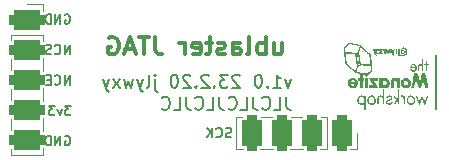
<source format=gbo>
G04 #@! TF.GenerationSoftware,KiCad,Pcbnew,(6.0.11-0)*
G04 #@! TF.CreationDate,2023-02-20T23:18:05+08:00*
G04 #@! TF.ProjectId,ublaster_jtag,75626c61-7374-4657-925f-6a7461672e6b,rev?*
G04 #@! TF.SameCoordinates,Original*
G04 #@! TF.FileFunction,Legend,Bot*
G04 #@! TF.FilePolarity,Positive*
%FSLAX46Y46*%
G04 Gerber Fmt 4.6, Leading zero omitted, Abs format (unit mm)*
G04 Created by KiCad (PCBNEW (6.0.11-0)) date 2023-02-20 23:18:05*
%MOMM*%
%LPD*%
G01*
G04 APERTURE LIST*
G04 Aperture macros list*
%AMRoundRect*
0 Rectangle with rounded corners*
0 $1 Rounding radius*
0 $2 $3 $4 $5 $6 $7 $8 $9 X,Y pos of 4 corners*
0 Add a 4 corners polygon primitive as box body*
4,1,4,$2,$3,$4,$5,$6,$7,$8,$9,$2,$3,0*
0 Add four circle primitives for the rounded corners*
1,1,$1+$1,$2,$3*
1,1,$1+$1,$4,$5*
1,1,$1+$1,$6,$7*
1,1,$1+$1,$8,$9*
0 Add four rect primitives between the rounded corners*
20,1,$1+$1,$2,$3,$4,$5,0*
20,1,$1+$1,$4,$5,$6,$7,0*
20,1,$1+$1,$6,$7,$8,$9,0*
20,1,$1+$1,$8,$9,$2,$3,0*%
G04 Aperture macros list end*
%ADD10C,0.180000*%
%ADD11C,0.150000*%
%ADD12C,0.160000*%
%ADD13C,0.304800*%
%ADD14C,0.120000*%
%ADD15C,0.650000*%
%ADD16O,2.100000X1.000000*%
%ADD17O,1.600000X1.000000*%
%ADD18RoundRect,0.425000X1.075000X0.425000X-1.075000X0.425000X-1.075000X-0.425000X1.075000X-0.425000X0*%
%ADD19RoundRect,0.425000X0.425000X-1.075000X0.425000X1.075000X-0.425000X1.075000X-0.425000X-1.075000X0*%
G04 APERTURE END LIST*
D10*
X32834809Y-11361019D02*
X32834809Y-12146733D01*
X32887190Y-12303876D01*
X32991952Y-12408638D01*
X33149095Y-12461019D01*
X33253857Y-12461019D01*
X31787190Y-12461019D02*
X32311000Y-12461019D01*
X32311000Y-11361019D01*
X30791952Y-12356257D02*
X30844333Y-12408638D01*
X31001476Y-12461019D01*
X31106238Y-12461019D01*
X31263380Y-12408638D01*
X31368142Y-12303876D01*
X31420523Y-12199114D01*
X31472904Y-11989590D01*
X31472904Y-11832447D01*
X31420523Y-11622923D01*
X31368142Y-11518161D01*
X31263380Y-11413400D01*
X31106238Y-11361019D01*
X31001476Y-11361019D01*
X30844333Y-11413400D01*
X30791952Y-11465780D01*
X30006238Y-11361019D02*
X30006238Y-12146733D01*
X30058619Y-12303876D01*
X30163380Y-12408638D01*
X30320523Y-12461019D01*
X30425285Y-12461019D01*
X28958619Y-12461019D02*
X29482428Y-12461019D01*
X29482428Y-11361019D01*
X27963380Y-12356257D02*
X28015761Y-12408638D01*
X28172904Y-12461019D01*
X28277666Y-12461019D01*
X28434809Y-12408638D01*
X28539571Y-12303876D01*
X28591952Y-12199114D01*
X28644333Y-11989590D01*
X28644333Y-11832447D01*
X28591952Y-11622923D01*
X28539571Y-11518161D01*
X28434809Y-11413400D01*
X28277666Y-11361019D01*
X28172904Y-11361019D01*
X28015761Y-11413400D01*
X27963380Y-11465780D01*
X27177666Y-11361019D02*
X27177666Y-12146733D01*
X27230047Y-12303876D01*
X27334809Y-12408638D01*
X27491952Y-12461019D01*
X27596714Y-12461019D01*
X26130047Y-12461019D02*
X26653857Y-12461019D01*
X26653857Y-11361019D01*
X25134809Y-12356257D02*
X25187190Y-12408638D01*
X25344333Y-12461019D01*
X25449095Y-12461019D01*
X25606238Y-12408638D01*
X25711000Y-12303876D01*
X25763380Y-12199114D01*
X25815761Y-11989590D01*
X25815761Y-11832447D01*
X25763380Y-11622923D01*
X25711000Y-11518161D01*
X25606238Y-11413400D01*
X25449095Y-11361019D01*
X25344333Y-11361019D01*
X25187190Y-11413400D01*
X25134809Y-11465780D01*
X24349095Y-11361019D02*
X24349095Y-12146733D01*
X24401476Y-12303876D01*
X24506238Y-12408638D01*
X24663380Y-12461019D01*
X24768142Y-12461019D01*
X23301476Y-12461019D02*
X23825285Y-12461019D01*
X23825285Y-11361019D01*
X22306238Y-12356257D02*
X22358619Y-12408638D01*
X22515761Y-12461019D01*
X22620523Y-12461019D01*
X22777666Y-12408638D01*
X22882428Y-12303876D01*
X22934809Y-12199114D01*
X22987190Y-11989590D01*
X22987190Y-11832447D01*
X22934809Y-11622923D01*
X22882428Y-11518161D01*
X22777666Y-11413400D01*
X22620523Y-11361019D01*
X22515761Y-11361019D01*
X22358619Y-11413400D01*
X22306238Y-11465780D01*
D11*
X14101176Y-4430200D02*
X14177366Y-4392104D01*
X14291652Y-4392104D01*
X14405938Y-4430200D01*
X14482128Y-4506390D01*
X14520223Y-4582580D01*
X14558319Y-4734961D01*
X14558319Y-4849247D01*
X14520223Y-5001628D01*
X14482128Y-5077819D01*
X14405938Y-5154009D01*
X14291652Y-5192104D01*
X14215461Y-5192104D01*
X14101176Y-5154009D01*
X14063080Y-5115914D01*
X14063080Y-4849247D01*
X14215461Y-4849247D01*
X13720223Y-5192104D02*
X13720223Y-4392104D01*
X13263080Y-5192104D01*
X13263080Y-4392104D01*
X12882128Y-5192104D02*
X12882128Y-4392104D01*
X12691652Y-4392104D01*
X12577366Y-4430200D01*
X12501176Y-4506390D01*
X12463080Y-4582580D01*
X12424985Y-4734961D01*
X12424985Y-4849247D01*
X12463080Y-5001628D01*
X12501176Y-5077819D01*
X12577366Y-5154009D01*
X12691652Y-5192104D01*
X12882128Y-5192104D01*
X14520223Y-7768104D02*
X14520223Y-6968104D01*
X14063080Y-7768104D01*
X14063080Y-6968104D01*
X13224985Y-7691914D02*
X13263080Y-7730009D01*
X13377366Y-7768104D01*
X13453557Y-7768104D01*
X13567842Y-7730009D01*
X13644033Y-7653819D01*
X13682128Y-7577628D01*
X13720223Y-7425247D01*
X13720223Y-7310961D01*
X13682128Y-7158580D01*
X13644033Y-7082390D01*
X13567842Y-7006200D01*
X13453557Y-6968104D01*
X13377366Y-6968104D01*
X13263080Y-7006200D01*
X13224985Y-7044295D01*
X12920223Y-7730009D02*
X12805938Y-7768104D01*
X12615461Y-7768104D01*
X12539271Y-7730009D01*
X12501176Y-7691914D01*
X12463080Y-7615723D01*
X12463080Y-7539533D01*
X12501176Y-7463342D01*
X12539271Y-7425247D01*
X12615461Y-7387152D01*
X12767842Y-7349057D01*
X12844033Y-7310961D01*
X12882128Y-7272866D01*
X12920223Y-7196676D01*
X12920223Y-7120485D01*
X12882128Y-7044295D01*
X12844033Y-7006200D01*
X12767842Y-6968104D01*
X12577366Y-6968104D01*
X12463080Y-7006200D01*
X14520223Y-10344104D02*
X14520223Y-9544104D01*
X14063080Y-10344104D01*
X14063080Y-9544104D01*
X13224985Y-10267914D02*
X13263080Y-10306009D01*
X13377366Y-10344104D01*
X13453557Y-10344104D01*
X13567842Y-10306009D01*
X13644033Y-10229819D01*
X13682128Y-10153628D01*
X13720223Y-10001247D01*
X13720223Y-9886961D01*
X13682128Y-9734580D01*
X13644033Y-9658390D01*
X13567842Y-9582200D01*
X13453557Y-9544104D01*
X13377366Y-9544104D01*
X13263080Y-9582200D01*
X13224985Y-9620295D01*
X12882128Y-9925057D02*
X12615461Y-9925057D01*
X12501176Y-10344104D02*
X12882128Y-10344104D01*
X12882128Y-9544104D01*
X12501176Y-9544104D01*
X14596414Y-12120104D02*
X14101176Y-12120104D01*
X14367842Y-12424866D01*
X14253557Y-12424866D01*
X14177366Y-12462961D01*
X14139271Y-12501057D01*
X14101176Y-12577247D01*
X14101176Y-12767723D01*
X14139271Y-12843914D01*
X14177366Y-12882009D01*
X14253557Y-12920104D01*
X14482128Y-12920104D01*
X14558319Y-12882009D01*
X14596414Y-12843914D01*
X13834509Y-12386771D02*
X13644033Y-12920104D01*
X13453557Y-12386771D01*
X13224985Y-12120104D02*
X12729747Y-12120104D01*
X12996414Y-12424866D01*
X12882128Y-12424866D01*
X12805938Y-12462961D01*
X12767842Y-12501057D01*
X12729747Y-12577247D01*
X12729747Y-12767723D01*
X12767842Y-12843914D01*
X12805938Y-12882009D01*
X12882128Y-12920104D01*
X13110700Y-12920104D01*
X13186890Y-12882009D01*
X13224985Y-12843914D01*
X14101176Y-14734200D02*
X14177366Y-14696104D01*
X14291652Y-14696104D01*
X14405938Y-14734200D01*
X14482128Y-14810390D01*
X14520223Y-14886580D01*
X14558319Y-15038961D01*
X14558319Y-15153247D01*
X14520223Y-15305628D01*
X14482128Y-15381819D01*
X14405938Y-15458009D01*
X14291652Y-15496104D01*
X14215461Y-15496104D01*
X14101176Y-15458009D01*
X14063080Y-15419914D01*
X14063080Y-15153247D01*
X14215461Y-15153247D01*
X13720223Y-15496104D02*
X13720223Y-14696104D01*
X13263080Y-15496104D01*
X13263080Y-14696104D01*
X12882128Y-15496104D02*
X12882128Y-14696104D01*
X12691652Y-14696104D01*
X12577366Y-14734200D01*
X12501176Y-14810390D01*
X12463080Y-14886580D01*
X12424985Y-15038961D01*
X12424985Y-15153247D01*
X12463080Y-15305628D01*
X12501176Y-15381819D01*
X12577366Y-15458009D01*
X12691652Y-15496104D01*
X12882128Y-15496104D01*
D12*
X28164325Y-14783763D02*
X28050039Y-14821858D01*
X27859563Y-14821858D01*
X27783372Y-14783763D01*
X27745277Y-14745668D01*
X27707182Y-14669477D01*
X27707182Y-14593287D01*
X27745277Y-14517096D01*
X27783372Y-14479001D01*
X27859563Y-14440906D01*
X28011944Y-14402811D01*
X28088134Y-14364715D01*
X28126229Y-14326620D01*
X28164325Y-14250430D01*
X28164325Y-14174239D01*
X28126229Y-14098049D01*
X28088134Y-14059954D01*
X28011944Y-14021858D01*
X27821467Y-14021858D01*
X27707182Y-14059954D01*
X26907182Y-14745668D02*
X26945277Y-14783763D01*
X27059563Y-14821858D01*
X27135753Y-14821858D01*
X27250039Y-14783763D01*
X27326229Y-14707573D01*
X27364325Y-14631382D01*
X27402420Y-14479001D01*
X27402420Y-14364715D01*
X27364325Y-14212334D01*
X27326229Y-14136144D01*
X27250039Y-14059954D01*
X27135753Y-14021858D01*
X27059563Y-14021858D01*
X26945277Y-14059954D01*
X26907182Y-14098049D01*
X26564325Y-14821858D02*
X26564325Y-14021858D01*
X26107182Y-14821858D02*
X26450039Y-14364715D01*
X26107182Y-14021858D02*
X26564325Y-14479001D01*
D13*
X31796480Y-6790571D02*
X31796480Y-7790571D01*
X32439337Y-6790571D02*
X32439337Y-7576285D01*
X32367908Y-7719142D01*
X32225051Y-7790571D01*
X32010765Y-7790571D01*
X31867908Y-7719142D01*
X31796480Y-7647714D01*
X31082194Y-7790571D02*
X31082194Y-6290571D01*
X31082194Y-6862000D02*
X30939337Y-6790571D01*
X30653622Y-6790571D01*
X30510765Y-6862000D01*
X30439337Y-6933428D01*
X30367908Y-7076285D01*
X30367908Y-7504857D01*
X30439337Y-7647714D01*
X30510765Y-7719142D01*
X30653622Y-7790571D01*
X30939337Y-7790571D01*
X31082194Y-7719142D01*
X29510765Y-7790571D02*
X29653622Y-7719142D01*
X29725051Y-7576285D01*
X29725051Y-6290571D01*
X28296480Y-7790571D02*
X28296480Y-7004857D01*
X28367908Y-6862000D01*
X28510765Y-6790571D01*
X28796480Y-6790571D01*
X28939337Y-6862000D01*
X28296480Y-7719142D02*
X28439337Y-7790571D01*
X28796480Y-7790571D01*
X28939337Y-7719142D01*
X29010765Y-7576285D01*
X29010765Y-7433428D01*
X28939337Y-7290571D01*
X28796480Y-7219142D01*
X28439337Y-7219142D01*
X28296480Y-7147714D01*
X27653622Y-7719142D02*
X27510765Y-7790571D01*
X27225051Y-7790571D01*
X27082194Y-7719142D01*
X27010765Y-7576285D01*
X27010765Y-7504857D01*
X27082194Y-7362000D01*
X27225051Y-7290571D01*
X27439337Y-7290571D01*
X27582194Y-7219142D01*
X27653622Y-7076285D01*
X27653622Y-7004857D01*
X27582194Y-6862000D01*
X27439337Y-6790571D01*
X27225051Y-6790571D01*
X27082194Y-6862000D01*
X26582194Y-6790571D02*
X26010765Y-6790571D01*
X26367908Y-6290571D02*
X26367908Y-7576285D01*
X26296480Y-7719142D01*
X26153622Y-7790571D01*
X26010765Y-7790571D01*
X24939337Y-7719142D02*
X25082194Y-7790571D01*
X25367908Y-7790571D01*
X25510765Y-7719142D01*
X25582194Y-7576285D01*
X25582194Y-7004857D01*
X25510765Y-6862000D01*
X25367908Y-6790571D01*
X25082194Y-6790571D01*
X24939337Y-6862000D01*
X24867908Y-7004857D01*
X24867908Y-7147714D01*
X25582194Y-7290571D01*
X24225051Y-7790571D02*
X24225051Y-6790571D01*
X24225051Y-7076285D02*
X24153622Y-6933428D01*
X24082194Y-6862000D01*
X23939337Y-6790571D01*
X23796480Y-6790571D01*
X21725051Y-6290571D02*
X21725051Y-7362000D01*
X21796480Y-7576285D01*
X21939337Y-7719142D01*
X22153622Y-7790571D01*
X22296480Y-7790571D01*
X21225051Y-6290571D02*
X20367908Y-6290571D01*
X20796480Y-7790571D02*
X20796480Y-6290571D01*
X19939337Y-7362000D02*
X19225051Y-7362000D01*
X20082194Y-7790571D02*
X19582194Y-6290571D01*
X19082194Y-7790571D01*
X17796480Y-6362000D02*
X17939337Y-6290571D01*
X18153622Y-6290571D01*
X18367908Y-6362000D01*
X18510765Y-6504857D01*
X18582194Y-6647714D01*
X18653622Y-6933428D01*
X18653622Y-7147714D01*
X18582194Y-7433428D01*
X18510765Y-7576285D01*
X18367908Y-7719142D01*
X18153622Y-7790571D01*
X18010765Y-7790571D01*
X17796480Y-7719142D01*
X17725051Y-7647714D01*
X17725051Y-7147714D01*
X18010765Y-7147714D01*
D10*
X33253857Y-9873485D02*
X32991952Y-10606819D01*
X32730047Y-9873485D01*
X31734809Y-10606819D02*
X32363380Y-10606819D01*
X32049095Y-10606819D02*
X32049095Y-9506819D01*
X32153857Y-9663961D01*
X32258619Y-9768723D01*
X32363380Y-9821104D01*
X31263380Y-10502057D02*
X31211000Y-10554438D01*
X31263380Y-10606819D01*
X31315761Y-10554438D01*
X31263380Y-10502057D01*
X31263380Y-10606819D01*
X30530047Y-9506819D02*
X30425285Y-9506819D01*
X30320523Y-9559200D01*
X30268142Y-9611580D01*
X30215761Y-9716342D01*
X30163380Y-9925866D01*
X30163380Y-10187771D01*
X30215761Y-10397295D01*
X30268142Y-10502057D01*
X30320523Y-10554438D01*
X30425285Y-10606819D01*
X30530047Y-10606819D01*
X30634809Y-10554438D01*
X30687190Y-10502057D01*
X30739571Y-10397295D01*
X30791952Y-10187771D01*
X30791952Y-9925866D01*
X30739571Y-9716342D01*
X30687190Y-9611580D01*
X30634809Y-9559200D01*
X30530047Y-9506819D01*
X28906238Y-9611580D02*
X28853857Y-9559200D01*
X28749095Y-9506819D01*
X28487190Y-9506819D01*
X28382428Y-9559200D01*
X28330047Y-9611580D01*
X28277666Y-9716342D01*
X28277666Y-9821104D01*
X28330047Y-9978247D01*
X28958619Y-10606819D01*
X28277666Y-10606819D01*
X27911000Y-9506819D02*
X27230047Y-9506819D01*
X27596714Y-9925866D01*
X27439571Y-9925866D01*
X27334809Y-9978247D01*
X27282428Y-10030628D01*
X27230047Y-10135390D01*
X27230047Y-10397295D01*
X27282428Y-10502057D01*
X27334809Y-10554438D01*
X27439571Y-10606819D01*
X27753857Y-10606819D01*
X27858619Y-10554438D01*
X27911000Y-10502057D01*
X26758619Y-10502057D02*
X26706238Y-10554438D01*
X26758619Y-10606819D01*
X26810999Y-10554438D01*
X26758619Y-10502057D01*
X26758619Y-10606819D01*
X26287190Y-9611580D02*
X26234809Y-9559200D01*
X26130047Y-9506819D01*
X25868142Y-9506819D01*
X25763380Y-9559200D01*
X25710999Y-9611580D01*
X25658619Y-9716342D01*
X25658619Y-9821104D01*
X25710999Y-9978247D01*
X26339571Y-10606819D01*
X25658619Y-10606819D01*
X25187190Y-10502057D02*
X25134809Y-10554438D01*
X25187190Y-10606819D01*
X25239571Y-10554438D01*
X25187190Y-10502057D01*
X25187190Y-10606819D01*
X24715761Y-9611580D02*
X24663380Y-9559200D01*
X24558619Y-9506819D01*
X24296714Y-9506819D01*
X24191952Y-9559200D01*
X24139571Y-9611580D01*
X24087190Y-9716342D01*
X24087190Y-9821104D01*
X24139571Y-9978247D01*
X24768142Y-10606819D01*
X24087190Y-10606819D01*
X23406238Y-9506819D02*
X23301476Y-9506819D01*
X23196714Y-9559200D01*
X23144333Y-9611580D01*
X23091952Y-9716342D01*
X23039571Y-9925866D01*
X23039571Y-10187771D01*
X23091952Y-10397295D01*
X23144333Y-10502057D01*
X23196714Y-10554438D01*
X23301476Y-10606819D01*
X23406238Y-10606819D01*
X23510999Y-10554438D01*
X23563380Y-10502057D01*
X23615761Y-10397295D01*
X23668142Y-10187771D01*
X23668142Y-9925866D01*
X23615761Y-9716342D01*
X23563380Y-9611580D01*
X23510999Y-9559200D01*
X23406238Y-9506819D01*
X21730047Y-9873485D02*
X21730047Y-10816342D01*
X21782428Y-10921104D01*
X21887190Y-10973485D01*
X21939571Y-10973485D01*
X21730047Y-9506819D02*
X21782428Y-9559200D01*
X21730047Y-9611580D01*
X21677666Y-9559200D01*
X21730047Y-9506819D01*
X21730047Y-9611580D01*
X21049095Y-10606819D02*
X21153857Y-10554438D01*
X21206238Y-10449676D01*
X21206238Y-9506819D01*
X20734809Y-9873485D02*
X20472904Y-10606819D01*
X20210999Y-9873485D02*
X20472904Y-10606819D01*
X20577666Y-10868723D01*
X20630047Y-10921104D01*
X20734809Y-10973485D01*
X19896714Y-9873485D02*
X19687190Y-10606819D01*
X19477666Y-10083009D01*
X19268142Y-10606819D01*
X19058619Y-9873485D01*
X18744333Y-10606819D02*
X18168142Y-9873485D01*
X18744333Y-9873485D02*
X18168142Y-10606819D01*
X17853857Y-9873485D02*
X17591952Y-10606819D01*
X17330047Y-9873485D02*
X17591952Y-10606819D01*
X17696714Y-10868723D01*
X17749095Y-10921104D01*
X17853857Y-10973485D01*
G04 #@! TO.C,G\u002A\u002A\u002A*
G36*
X39772285Y-10619864D02*
G01*
X39512640Y-10619864D01*
X39512640Y-9795775D01*
X39772285Y-9795775D01*
X39772285Y-10619864D01*
G37*
G36*
X41138240Y-12030975D02*
G01*
X41025352Y-12030975D01*
X41025352Y-11848456D01*
X41025113Y-11802298D01*
X41022523Y-11707972D01*
X41016768Y-11631901D01*
X41007457Y-11571155D01*
X40994198Y-11522802D01*
X40976599Y-11483911D01*
X40966656Y-11467492D01*
X40930259Y-11425423D01*
X40884922Y-11400719D01*
X40825126Y-11389959D01*
X40812553Y-11389154D01*
X40776204Y-11389292D01*
X40750858Y-11395900D01*
X40727650Y-11410879D01*
X40722959Y-11414644D01*
X40704959Y-11431264D01*
X40691030Y-11450023D01*
X40680657Y-11473840D01*
X40673326Y-11505635D01*
X40668520Y-11548325D01*
X40665725Y-11604832D01*
X40664426Y-11678073D01*
X40664107Y-11770968D01*
X40664107Y-12030975D01*
X40551218Y-12030975D01*
X40551218Y-11762091D01*
X40551552Y-11670696D01*
X40552691Y-11596065D01*
X40554793Y-11538165D01*
X40558012Y-11494036D01*
X40562506Y-11460717D01*
X40568430Y-11435249D01*
X40577165Y-11409680D01*
X40612461Y-11346210D01*
X40661740Y-11300414D01*
X40724500Y-11272664D01*
X40800240Y-11263331D01*
X40825064Y-11264023D01*
X40887617Y-11274945D01*
X40939247Y-11301295D01*
X40986213Y-11345848D01*
X41025352Y-11391573D01*
X41025352Y-10744042D01*
X41138240Y-10744042D01*
X41138240Y-12030975D01*
G37*
G36*
X42410750Y-7117566D02*
G01*
X42435832Y-7141631D01*
X42449176Y-7174973D01*
X42448357Y-7211305D01*
X42430950Y-7244341D01*
X42401966Y-7262878D01*
X42365925Y-7264872D01*
X42332929Y-7248381D01*
X42327804Y-7243080D01*
X42313981Y-7212745D01*
X42314377Y-7177449D01*
X42326781Y-7143914D01*
X42348982Y-7118864D01*
X42378768Y-7109020D01*
X42410750Y-7117566D01*
G37*
G36*
X42650553Y-11263800D02*
G01*
X42679951Y-11268400D01*
X42703443Y-11281441D01*
X42731302Y-11307158D01*
X42775129Y-11350986D01*
X42775129Y-11274620D01*
X42888018Y-11274620D01*
X42888018Y-12030975D01*
X42777274Y-12030975D01*
X42772928Y-11774153D01*
X42772782Y-11765620D01*
X42770847Y-11675226D01*
X42768161Y-11604106D01*
X42764144Y-11549212D01*
X42758213Y-11507494D01*
X42749787Y-11475905D01*
X42738283Y-11451396D01*
X42723122Y-11430918D01*
X42703720Y-11411423D01*
X42703160Y-11410909D01*
X42681004Y-11394546D01*
X42656729Y-11388514D01*
X42620420Y-11390301D01*
X42604039Y-11392303D01*
X42569353Y-11398177D01*
X42546529Y-11404283D01*
X42537596Y-11406666D01*
X42530606Y-11401230D01*
X42527488Y-11382070D01*
X42526774Y-11344769D01*
X42527713Y-11308651D01*
X42533597Y-11283346D01*
X42548834Y-11269792D01*
X42577828Y-11264338D01*
X42624981Y-11263331D01*
X42650553Y-11263800D01*
G37*
G36*
X43742810Y-11701002D02*
G01*
X43726019Y-11795437D01*
X43691778Y-11877252D01*
X43640790Y-11945303D01*
X43573756Y-11998449D01*
X43491381Y-12035548D01*
X43480261Y-12038875D01*
X43398511Y-12050683D01*
X43316721Y-12042360D01*
X43238767Y-12015663D01*
X43168525Y-11972351D01*
X43109872Y-11914183D01*
X43066685Y-11842916D01*
X43057481Y-11820553D01*
X43033114Y-11729845D01*
X43028245Y-11650060D01*
X43146949Y-11650060D01*
X43153027Y-11721412D01*
X43173158Y-11788240D01*
X43207727Y-11845532D01*
X43215847Y-11854621D01*
X43251120Y-11885360D01*
X43287975Y-11908008D01*
X43301267Y-11913500D01*
X43366882Y-11927716D01*
X43434966Y-11924484D01*
X43498948Y-11904760D01*
X43552259Y-11869501D01*
X43587764Y-11823182D01*
X43614154Y-11762269D01*
X43629689Y-11693765D01*
X43632825Y-11624489D01*
X43622018Y-11561261D01*
X43597376Y-11503820D01*
X43554273Y-11446192D01*
X43500400Y-11405273D01*
X43438877Y-11382132D01*
X43372820Y-11377841D01*
X43305349Y-11393467D01*
X43239581Y-11430080D01*
X43209194Y-11458993D01*
X43175417Y-11513837D01*
X43154541Y-11579197D01*
X43146949Y-11650060D01*
X43028245Y-11650060D01*
X43027555Y-11638762D01*
X43039775Y-11550486D01*
X43068745Y-11468198D01*
X43113436Y-11395079D01*
X43172819Y-11334310D01*
X43245864Y-11289073D01*
X43256170Y-11284437D01*
X43288132Y-11272133D01*
X43318465Y-11265646D01*
X43355199Y-11263791D01*
X43406367Y-11265382D01*
X43406916Y-11265408D01*
X43482484Y-11273933D01*
X43543610Y-11293322D01*
X43597013Y-11326660D01*
X43649412Y-11377036D01*
X43681751Y-11417121D01*
X43714707Y-11476259D01*
X43734548Y-11543656D01*
X43743558Y-11624489D01*
X43743691Y-11625685D01*
X43742810Y-11701002D01*
G37*
G36*
X44037651Y-9738493D02*
G01*
X44059602Y-9814898D01*
X44083173Y-9895841D01*
X44104220Y-9966942D01*
X44122022Y-10025825D01*
X44135860Y-10070112D01*
X44145013Y-10097423D01*
X44148762Y-10105382D01*
X44151007Y-10097800D01*
X44158945Y-10070519D01*
X44171829Y-10026042D01*
X44188910Y-9966963D01*
X44209439Y-9895875D01*
X44232665Y-9815370D01*
X44257839Y-9728042D01*
X44363561Y-9361153D01*
X44608019Y-9361153D01*
X44740798Y-9970753D01*
X44756042Y-10040855D01*
X44780044Y-10151704D01*
X44802287Y-10255015D01*
X44822333Y-10348716D01*
X44839742Y-10430731D01*
X44854074Y-10498988D01*
X44864891Y-10551412D01*
X44871753Y-10585930D01*
X44874220Y-10600467D01*
X44874118Y-10604214D01*
X44870583Y-10611529D01*
X44859375Y-10616026D01*
X44836771Y-10618185D01*
X44799050Y-10618484D01*
X44742492Y-10617400D01*
X44610120Y-10614220D01*
X44569029Y-10399731D01*
X44559049Y-10347584D01*
X44542318Y-10259968D01*
X44525293Y-10170623D01*
X44509493Y-10087516D01*
X44496435Y-10018614D01*
X44490586Y-9988139D01*
X44479879Y-9934843D01*
X44470763Y-9892641D01*
X44464055Y-9865240D01*
X44460575Y-9856345D01*
X44458494Y-9861905D01*
X44450803Y-9886662D01*
X44438273Y-9928852D01*
X44421652Y-9985903D01*
X44401686Y-10055247D01*
X44379123Y-10134312D01*
X44354711Y-10220528D01*
X44338690Y-10277298D01*
X44315182Y-10360530D01*
X44293951Y-10435611D01*
X44275766Y-10499825D01*
X44261397Y-10550457D01*
X44251613Y-10584791D01*
X44247184Y-10600109D01*
X44246540Y-10601999D01*
X44239344Y-10611162D01*
X44223322Y-10616595D01*
X44193900Y-10619197D01*
X44146499Y-10619864D01*
X44051835Y-10619864D01*
X44041646Y-10583175D01*
X44038617Y-10572273D01*
X44007411Y-10460918D01*
X43976824Y-10353362D01*
X43947456Y-10251601D01*
X43919908Y-10157631D01*
X43894781Y-10073447D01*
X43872677Y-10001045D01*
X43854197Y-9942418D01*
X43839942Y-9899564D01*
X43830513Y-9874477D01*
X43826512Y-9869153D01*
X43825111Y-9876180D01*
X43819662Y-9904136D01*
X43810826Y-9949791D01*
X43799149Y-10010325D01*
X43785173Y-10082914D01*
X43769442Y-10164738D01*
X43752502Y-10252975D01*
X43683193Y-10614220D01*
X43550894Y-10617400D01*
X43526336Y-10617957D01*
X43477592Y-10618558D01*
X43446231Y-10617587D01*
X43428530Y-10614568D01*
X43420764Y-10609021D01*
X43419211Y-10600467D01*
X43420157Y-10594138D01*
X43425339Y-10567222D01*
X43434648Y-10521585D01*
X43447646Y-10459301D01*
X43463893Y-10382443D01*
X43482950Y-10293085D01*
X43504377Y-10193302D01*
X43527736Y-10085166D01*
X43552587Y-9970753D01*
X43685347Y-9361153D01*
X43929896Y-9361153D01*
X44037651Y-9738493D01*
G37*
G36*
X45597352Y-12459953D02*
G01*
X45473174Y-12459953D01*
X45473174Y-7842798D01*
X45597352Y-7842798D01*
X45597352Y-12459953D01*
G37*
G36*
X42221974Y-7729909D02*
G01*
X42097796Y-7729909D01*
X42097796Y-7052575D01*
X42221974Y-7052575D01*
X42221974Y-7729909D01*
G37*
G36*
X40409046Y-11758524D02*
G01*
X40393846Y-11815524D01*
X40371525Y-11864462D01*
X40338163Y-11915047D01*
X40302367Y-11955685D01*
X40235412Y-12005768D01*
X40158329Y-12038455D01*
X40115263Y-12046586D01*
X40045836Y-12048336D01*
X39976236Y-12039253D01*
X39916846Y-12020123D01*
X39916812Y-12020107D01*
X39845897Y-11977904D01*
X39791091Y-11923830D01*
X39747394Y-11852952D01*
X39741046Y-11839939D01*
X39726649Y-11807886D01*
X39717599Y-11779798D01*
X39712664Y-11749040D01*
X39710607Y-11708977D01*
X39710393Y-11679795D01*
X39819991Y-11679795D01*
X39832175Y-11753884D01*
X39861105Y-11822400D01*
X39906030Y-11875146D01*
X39966810Y-11911903D01*
X39994252Y-11921277D01*
X40062330Y-11929299D01*
X40130179Y-11918452D01*
X40192201Y-11890080D01*
X40242798Y-11845532D01*
X40251793Y-11834055D01*
X40281339Y-11782143D01*
X40297751Y-11721320D01*
X40302752Y-11645843D01*
X40301797Y-11620303D01*
X40287057Y-11545019D01*
X40256498Y-11481517D01*
X40212693Y-11431596D01*
X40158214Y-11397055D01*
X40095633Y-11379692D01*
X40027523Y-11381306D01*
X39956456Y-11403696D01*
X39932088Y-11416810D01*
X39879432Y-11461995D01*
X39842653Y-11521989D01*
X39822567Y-11595139D01*
X39819991Y-11679795D01*
X39710393Y-11679795D01*
X39710196Y-11652976D01*
X39710196Y-11651257D01*
X39710748Y-11594741D01*
X39713064Y-11554281D01*
X39718190Y-11523531D01*
X39727175Y-11496142D01*
X39741064Y-11465767D01*
X39774890Y-11408829D01*
X39836059Y-11341723D01*
X39911706Y-11291697D01*
X39923322Y-11286343D01*
X39990541Y-11267299D01*
X40065981Y-11261597D01*
X40141277Y-11269276D01*
X40208061Y-11290371D01*
X40266441Y-11325059D01*
X40328435Y-11383717D01*
X40375740Y-11456021D01*
X40406914Y-11538949D01*
X40420515Y-11629479D01*
X40419584Y-11645843D01*
X40415103Y-11724588D01*
X40409046Y-11758524D01*
G37*
G36*
X44750685Y-8621731D02*
G01*
X44886152Y-8621731D01*
X44886152Y-8712042D01*
X44750685Y-8712042D01*
X44750685Y-9231331D01*
X44660374Y-9231331D01*
X44660374Y-8712042D01*
X44524907Y-8712042D01*
X44524907Y-8621731D01*
X44660374Y-8621731D01*
X44660374Y-8384664D01*
X44750685Y-8384664D01*
X44750685Y-8621731D01*
G37*
G36*
X38897037Y-10156083D02*
G01*
X38897396Y-10213284D01*
X38897393Y-10219821D01*
X38896773Y-10276601D01*
X38894424Y-10317561D01*
X38889395Y-10348853D01*
X38880738Y-10376630D01*
X38867504Y-10407046D01*
X38826245Y-10476009D01*
X38762814Y-10542571D01*
X38684371Y-10593194D01*
X38592596Y-10626536D01*
X38506504Y-10640228D01*
X38411525Y-10637904D01*
X38321959Y-10617792D01*
X38241005Y-10581001D01*
X38171862Y-10528640D01*
X38117728Y-10461820D01*
X38100230Y-10431000D01*
X38081995Y-10392449D01*
X38072087Y-10363042D01*
X38064840Y-10326353D01*
X38193252Y-10326425D01*
X38321663Y-10326496D01*
X38340337Y-10359323D01*
X38356616Y-10382621D01*
X38397205Y-10415687D01*
X38445083Y-10432015D01*
X38495471Y-10431987D01*
X38543588Y-10415981D01*
X38584654Y-10384378D01*
X38613890Y-10337559D01*
X38618374Y-10326011D01*
X38628192Y-10297586D01*
X38632107Y-10280969D01*
X38630684Y-10279623D01*
X38611907Y-10276263D01*
X38572388Y-10273561D01*
X38513475Y-10271566D01*
X38436516Y-10270332D01*
X38342860Y-10269909D01*
X38053612Y-10269909D01*
X38058403Y-10169699D01*
X38061828Y-10119561D01*
X38063027Y-10111864D01*
X38325786Y-10111864D01*
X38631548Y-10111864D01*
X38620529Y-10082882D01*
X38604585Y-10047586D01*
X38572967Y-10006397D01*
X38531646Y-9983509D01*
X38477446Y-9976564D01*
X38452105Y-9978498D01*
X38399302Y-9997059D01*
X38358784Y-10033701D01*
X38333121Y-10086464D01*
X38325786Y-10111864D01*
X38063027Y-10111864D01*
X38068550Y-10076392D01*
X38080457Y-10038060D01*
X38099769Y-9995195D01*
X38109504Y-9976723D01*
X38162004Y-9904972D01*
X38228624Y-9848297D01*
X38306429Y-9807588D01*
X38392485Y-9783733D01*
X38483860Y-9777621D01*
X38577618Y-9790141D01*
X38670826Y-9822183D01*
X38744813Y-9865834D01*
X38809995Y-9928623D01*
X38860598Y-10008476D01*
X38869546Y-10026915D01*
X38882594Y-10056873D01*
X38890769Y-10084183D01*
X38894735Y-10111864D01*
X38895206Y-10115151D01*
X38897037Y-10156083D01*
G37*
G36*
X39240256Y-7431412D02*
G01*
X39252166Y-7438146D01*
X39270631Y-7451902D01*
X39297676Y-7474317D01*
X39335327Y-7507029D01*
X39385610Y-7551678D01*
X39450552Y-7609899D01*
X39484860Y-7640816D01*
X39533827Y-7685523D01*
X39568807Y-7718627D01*
X39591749Y-7742191D01*
X39604603Y-7758278D01*
X39609320Y-7768950D01*
X39607850Y-7776271D01*
X39606371Y-7778270D01*
X39600071Y-7781079D01*
X39589420Y-7777862D01*
X39572385Y-7767062D01*
X39546935Y-7747122D01*
X39511037Y-7716487D01*
X39462660Y-7673600D01*
X39399771Y-7616906D01*
X39381823Y-7600641D01*
X39324529Y-7548344D01*
X39281979Y-7508572D01*
X39252436Y-7479429D01*
X39234164Y-7459021D01*
X39225425Y-7445452D01*
X39224484Y-7436829D01*
X39229603Y-7431257D01*
X39232874Y-7430061D01*
X39240256Y-7431412D01*
G37*
G36*
X42450358Y-7585975D02*
G01*
X42453396Y-7837153D01*
X42484440Y-7840725D01*
X42491762Y-7841700D01*
X42507553Y-7847538D01*
X42514155Y-7862591D01*
X42515485Y-7893520D01*
X42514733Y-7914862D01*
X42508927Y-7938249D01*
X42495729Y-7947905D01*
X42475184Y-7951714D01*
X42423775Y-7948636D01*
X42378369Y-7929204D01*
X42345607Y-7895727D01*
X42341496Y-7888552D01*
X42335398Y-7874456D01*
X42330861Y-7856344D01*
X42327657Y-7831122D01*
X42325559Y-7795696D01*
X42324338Y-7746973D01*
X42323766Y-7681861D01*
X42323616Y-7597264D01*
X42323574Y-7334798D01*
X42447320Y-7334798D01*
X42450358Y-7585975D01*
G37*
G36*
X43887379Y-8983935D02*
G01*
X43866621Y-9065458D01*
X43828413Y-9133964D01*
X43773744Y-9188018D01*
X43703601Y-9226186D01*
X43702387Y-9226646D01*
X43645257Y-9238752D01*
X43579436Y-9238525D01*
X43514328Y-9226803D01*
X43459334Y-9204425D01*
X43423557Y-9179674D01*
X43373586Y-9128494D01*
X43340628Y-9070414D01*
X43328844Y-9039420D01*
X43384248Y-9039420D01*
X43386907Y-9039425D01*
X43420538Y-9041311D01*
X43438444Y-9048206D01*
X43446956Y-9062432D01*
X43450252Y-9069258D01*
X43469295Y-9091540D01*
X43497212Y-9113868D01*
X43505556Y-9119052D01*
X43561356Y-9140035D01*
X43620704Y-9142968D01*
X43678150Y-9129041D01*
X43728246Y-9099440D01*
X43765544Y-9055355D01*
X43774496Y-9039716D01*
X43786739Y-9016623D01*
X43792012Y-8999449D01*
X43788086Y-8987319D01*
X43772731Y-8979357D01*
X43743717Y-8974688D01*
X43698816Y-8972437D01*
X43635797Y-8971728D01*
X43552430Y-8971687D01*
X43313731Y-8971687D01*
X43320359Y-8901131D01*
X43321691Y-8888309D01*
X43325702Y-8868006D01*
X43418596Y-8868006D01*
X43423496Y-8872575D01*
X43443021Y-8876629D01*
X43479270Y-8879357D01*
X43534187Y-8880893D01*
X43609719Y-8881375D01*
X43800842Y-8881375D01*
X43790369Y-8844687D01*
X43767787Y-8793851D01*
X43729753Y-8750397D01*
X43682087Y-8721275D01*
X43628866Y-8706933D01*
X43574167Y-8707820D01*
X43522068Y-8724385D01*
X43476644Y-8757076D01*
X43441975Y-8806343D01*
X43434950Y-8821474D01*
X43423228Y-8850474D01*
X43418596Y-8868006D01*
X43325702Y-8868006D01*
X43336074Y-8815502D01*
X43362706Y-8754833D01*
X43404742Y-8698737D01*
X43448989Y-8658991D01*
X43515067Y-8624222D01*
X43587321Y-8609381D01*
X43662216Y-8615072D01*
X43736218Y-8641901D01*
X43771768Y-8663715D01*
X43827120Y-8716901D01*
X43865766Y-8784206D01*
X43887012Y-8864215D01*
X43887604Y-8881375D01*
X43890164Y-8955511D01*
X43887379Y-8983935D01*
G37*
G36*
X39444907Y-12459953D02*
G01*
X39444907Y-11917334D01*
X39405096Y-11957145D01*
X39389145Y-11972379D01*
X39330238Y-12015234D01*
X39266311Y-12039177D01*
X39190907Y-12046913D01*
X39162916Y-12046470D01*
X39107444Y-12039749D01*
X39060076Y-12023701D01*
X38999163Y-11986628D01*
X38941068Y-11928340D01*
X38896653Y-11855936D01*
X38867261Y-11772357D01*
X38854236Y-11680545D01*
X38855910Y-11645843D01*
X38970884Y-11645843D01*
X38972009Y-11679673D01*
X38976642Y-11725671D01*
X38983659Y-11760919D01*
X38984932Y-11764979D01*
X39012914Y-11820560D01*
X39055856Y-11870662D01*
X39106883Y-11907125D01*
X39149975Y-11922883D01*
X39214224Y-11928641D01*
X39278348Y-11916940D01*
X39336357Y-11889102D01*
X39382258Y-11846446D01*
X39413945Y-11793881D01*
X39436485Y-11725686D01*
X39443675Y-11654586D01*
X39436380Y-11584425D01*
X39415465Y-11519047D01*
X39381793Y-11462298D01*
X39336229Y-11418021D01*
X39279638Y-11390060D01*
X39227960Y-11379600D01*
X39158790Y-11382305D01*
X39097183Y-11404135D01*
X39045363Y-11443248D01*
X39005556Y-11497799D01*
X38979988Y-11565946D01*
X38970884Y-11645843D01*
X38855910Y-11645843D01*
X38858921Y-11583439D01*
X38878789Y-11497186D01*
X38915267Y-11416710D01*
X38965850Y-11351760D01*
X39029161Y-11303672D01*
X39103819Y-11273786D01*
X39188448Y-11263441D01*
X39235767Y-11265364D01*
X39292359Y-11276859D01*
X39342078Y-11301615D01*
X39393425Y-11342930D01*
X39444907Y-11390384D01*
X39444907Y-11274620D01*
X39557796Y-11274620D01*
X39557796Y-12459953D01*
X39444907Y-12459953D01*
G37*
G36*
X42874914Y-7648345D02*
G01*
X42845845Y-7690142D01*
X42807728Y-7720953D01*
X42763134Y-7737889D01*
X42714631Y-7738061D01*
X42664790Y-7718578D01*
X42645853Y-7707258D01*
X42626659Y-7697945D01*
X42618675Y-7700039D01*
X42617085Y-7712975D01*
X42609577Y-7725133D01*
X42582286Y-7729909D01*
X42547487Y-7729909D01*
X42551084Y-7542481D01*
X42646864Y-7542481D01*
X42647797Y-7581441D01*
X42670514Y-7619842D01*
X42671332Y-7620732D01*
X42700361Y-7637786D01*
X42733688Y-7637794D01*
X42765138Y-7623510D01*
X42788536Y-7597689D01*
X42797707Y-7563087D01*
X42797322Y-7553998D01*
X42785346Y-7515851D01*
X42760532Y-7490578D01*
X42728218Y-7480190D01*
X42693736Y-7486697D01*
X42662422Y-7512109D01*
X42646864Y-7542481D01*
X42551084Y-7542481D01*
X42551241Y-7534313D01*
X42551389Y-7526611D01*
X42552853Y-7457663D01*
X42554563Y-7406995D01*
X42557091Y-7370684D01*
X42561013Y-7344810D01*
X42566899Y-7325452D01*
X42575324Y-7308691D01*
X42586861Y-7290604D01*
X42615613Y-7255368D01*
X42664564Y-7221301D01*
X42726051Y-7203764D01*
X42802417Y-7201792D01*
X42837752Y-7205116D01*
X42897291Y-7218462D01*
X42946656Y-7243333D01*
X42993485Y-7282972D01*
X42994383Y-7283875D01*
X43040362Y-7345432D01*
X43072399Y-7420561D01*
X43089493Y-7504402D01*
X43090646Y-7592101D01*
X43074860Y-7678800D01*
X43071012Y-7690719D01*
X43039959Y-7751766D01*
X42994260Y-7807632D01*
X42939453Y-7852545D01*
X42881073Y-7880737D01*
X42880585Y-7880886D01*
X42834401Y-7890120D01*
X42769035Y-7896072D01*
X42687640Y-7898456D01*
X42549352Y-7899242D01*
X42549352Y-7811253D01*
X42687640Y-7807187D01*
X42698200Y-7806868D01*
X42755901Y-7804517D01*
X42797199Y-7801068D01*
X42827453Y-7795606D01*
X42852023Y-7787215D01*
X42876267Y-7774982D01*
X42880571Y-7772507D01*
X42931957Y-7729958D01*
X42969220Y-7674210D01*
X42991831Y-7609787D01*
X42999262Y-7541212D01*
X42990986Y-7473010D01*
X42966473Y-7409705D01*
X42925197Y-7355821D01*
X42888056Y-7326548D01*
X42834474Y-7301405D01*
X42780399Y-7292203D01*
X42729641Y-7298329D01*
X42686006Y-7319168D01*
X42653303Y-7354106D01*
X42635341Y-7402531D01*
X42634146Y-7410051D01*
X42632557Y-7427732D01*
X42635171Y-7427693D01*
X42642836Y-7417370D01*
X42669917Y-7399103D01*
X42706346Y-7385383D01*
X42743524Y-7379995D01*
X42753073Y-7380368D01*
X42803524Y-7394899D01*
X42846786Y-7428406D01*
X42878794Y-7477946D01*
X42882136Y-7485937D01*
X42895630Y-7543353D01*
X42894461Y-7563087D01*
X42892366Y-7598452D01*
X42874914Y-7648345D01*
G37*
G36*
X41995879Y-9781450D02*
G01*
X42048268Y-9791000D01*
X42097260Y-9812319D01*
X42151418Y-9848483D01*
X42188107Y-9875947D01*
X42188107Y-9795775D01*
X42447752Y-9795775D01*
X42447752Y-10619864D01*
X42188107Y-10619864D01*
X42188107Y-10376791D01*
X42187837Y-10298075D01*
X42186522Y-10224610D01*
X42183609Y-10168118D01*
X42178549Y-10125584D01*
X42170793Y-10093994D01*
X42159792Y-10070332D01*
X42144999Y-10051585D01*
X42125864Y-10034737D01*
X42098460Y-10018852D01*
X42053153Y-10009366D01*
X42008740Y-10016283D01*
X41972764Y-10039374D01*
X41968178Y-10044325D01*
X41960679Y-10053864D01*
X41954976Y-10065549D01*
X41950777Y-10082299D01*
X41947786Y-10107033D01*
X41945708Y-10142669D01*
X41944250Y-10192125D01*
X41943116Y-10258321D01*
X41942013Y-10344174D01*
X41938630Y-10619864D01*
X41680107Y-10619864D01*
X41680107Y-10340014D01*
X41680422Y-10249262D01*
X41681564Y-10169982D01*
X41683679Y-10107634D01*
X41686913Y-10059288D01*
X41691412Y-10022014D01*
X41697321Y-9992881D01*
X41720388Y-9926805D01*
X41760823Y-9862703D01*
X41814581Y-9816748D01*
X41881410Y-9789144D01*
X41961060Y-9780092D01*
X41995879Y-9781450D01*
G37*
G36*
X42425174Y-12030975D02*
G01*
X42312858Y-12030975D01*
X42306640Y-11679307D01*
X42166977Y-11850379D01*
X42162232Y-11856184D01*
X42118707Y-11908800D01*
X42079628Y-11954956D01*
X42047420Y-11991868D01*
X42024506Y-12016752D01*
X42013313Y-12026823D01*
X42002217Y-12028694D01*
X41972934Y-12029759D01*
X41935270Y-12028763D01*
X41871227Y-12025331D01*
X42024657Y-11844709D01*
X42038314Y-11828605D01*
X42083259Y-11775230D01*
X42122578Y-11727966D01*
X42154006Y-11689572D01*
X42175278Y-11662807D01*
X42184129Y-11650432D01*
X42184193Y-11649060D01*
X42176075Y-11633261D01*
X42155745Y-11603791D01*
X42125293Y-11563441D01*
X42086809Y-11515001D01*
X42042384Y-11461261D01*
X42031862Y-11448751D01*
X41988240Y-11396569D01*
X41950530Y-11350959D01*
X41920904Y-11314584D01*
X41901535Y-11290104D01*
X41894596Y-11280182D01*
X41903395Y-11277514D01*
X41929161Y-11275422D01*
X41965953Y-11274620D01*
X42037310Y-11274620D01*
X42306640Y-11605402D01*
X42309597Y-11174722D01*
X42312553Y-10744042D01*
X42425174Y-10744042D01*
X42425174Y-12030975D01*
G37*
G36*
X44457174Y-9231331D02*
G01*
X44369795Y-9231331D01*
X44364632Y-9047887D01*
X44363474Y-9010001D01*
X44360776Y-8946548D01*
X44357243Y-8899406D01*
X44352370Y-8864354D01*
X44345652Y-8837173D01*
X44336582Y-8813642D01*
X44318580Y-8778468D01*
X44290047Y-8743281D01*
X44253670Y-8723368D01*
X44203701Y-8714439D01*
X44182402Y-8712950D01*
X44153327Y-8713852D01*
X44133681Y-8721775D01*
X44114944Y-8739085D01*
X44111317Y-8743087D01*
X44098468Y-8759936D01*
X44088865Y-8779585D01*
X44082046Y-8805332D01*
X44077548Y-8840470D01*
X44074908Y-8888294D01*
X44073664Y-8952102D01*
X44073352Y-9035187D01*
X44073352Y-9231331D01*
X43983040Y-9231331D01*
X43983040Y-9018891D01*
X43983314Y-8958882D01*
X43984891Y-8883029D01*
X43988029Y-8824925D01*
X43992908Y-8781659D01*
X43999708Y-8750324D01*
X44019225Y-8704458D01*
X44057618Y-8656654D01*
X44106598Y-8624701D01*
X44162209Y-8609518D01*
X44220494Y-8612025D01*
X44277498Y-8633140D01*
X44329263Y-8673782D01*
X44366863Y-8713650D01*
X44366863Y-8204042D01*
X44457174Y-8204042D01*
X44457174Y-9231331D01*
G37*
G36*
X43390170Y-10317175D02*
G01*
X43359401Y-10410450D01*
X43311676Y-10489596D01*
X43248007Y-10553515D01*
X43169406Y-10601108D01*
X43076885Y-10631275D01*
X43056670Y-10634671D01*
X42993137Y-10638154D01*
X42921846Y-10634430D01*
X42852382Y-10624272D01*
X42794332Y-10608455D01*
X42749341Y-10587151D01*
X42685099Y-10541867D01*
X42629605Y-10485617D01*
X42589752Y-10424596D01*
X42574788Y-10389712D01*
X42550213Y-10295614D01*
X42545154Y-10213941D01*
X42804368Y-10213941D01*
X42805577Y-10245322D01*
X42818966Y-10312343D01*
X42846841Y-10363160D01*
X42888793Y-10396891D01*
X42939236Y-10412898D01*
X42999380Y-10413924D01*
X43055180Y-10397749D01*
X43074954Y-10385273D01*
X43108387Y-10346832D01*
X43130418Y-10296018D01*
X43140917Y-10237733D01*
X43139753Y-10176878D01*
X43126798Y-10118357D01*
X43101920Y-10067072D01*
X43064990Y-10027926D01*
X43058629Y-10023595D01*
X43022365Y-10009043D01*
X42972685Y-10004620D01*
X42919622Y-10011513D01*
X42870028Y-10036455D01*
X42833927Y-10078956D01*
X42811860Y-10138342D01*
X42804368Y-10213941D01*
X42545154Y-10213941D01*
X42544065Y-10196357D01*
X42556380Y-10097624D01*
X42587192Y-10005097D01*
X42592572Y-9993855D01*
X42640068Y-9921860D01*
X42701260Y-9864469D01*
X42773055Y-9821681D01*
X42852363Y-9793496D01*
X42936091Y-9779915D01*
X43021149Y-9780937D01*
X43104444Y-9796562D01*
X43182886Y-9826791D01*
X43253384Y-9871623D01*
X43312844Y-9931058D01*
X43358178Y-10005097D01*
X43384726Y-10078244D01*
X43401369Y-10180319D01*
X43398560Y-10237733D01*
X43396271Y-10284514D01*
X43390170Y-10317175D01*
G37*
G36*
X44343224Y-11267511D02*
G01*
X44353681Y-11285768D01*
X44368156Y-11316624D01*
X44387707Y-11362182D01*
X44413391Y-11424548D01*
X44446268Y-11505826D01*
X44471103Y-11567109D01*
X44498233Y-11633119D01*
X44521748Y-11689318D01*
X44540466Y-11732914D01*
X44553203Y-11761116D01*
X44558774Y-11771133D01*
X44561302Y-11767271D01*
X44571336Y-11745766D01*
X44587636Y-11707942D01*
X44608977Y-11656713D01*
X44634138Y-11594990D01*
X44661894Y-11525686D01*
X44759370Y-11280264D01*
X44822761Y-11276879D01*
X44849591Y-11276030D01*
X44875953Y-11276867D01*
X44886152Y-11279674D01*
X44885370Y-11282206D01*
X44877825Y-11301734D01*
X44863227Y-11338024D01*
X44842757Y-11388232D01*
X44817596Y-11449515D01*
X44788924Y-11519030D01*
X44757924Y-11593935D01*
X44725775Y-11671387D01*
X44693658Y-11748542D01*
X44662756Y-11822559D01*
X44634248Y-11890593D01*
X44609316Y-11949803D01*
X44589140Y-11997345D01*
X44574903Y-12030376D01*
X44567783Y-12046053D01*
X44560608Y-12057699D01*
X44553513Y-12062987D01*
X44549776Y-12054577D01*
X44538787Y-12027622D01*
X44521727Y-11984905D01*
X44499725Y-11929269D01*
X44473908Y-11863556D01*
X44445405Y-11790607D01*
X44420063Y-11726430D01*
X44393537Y-11661193D01*
X44370401Y-11606350D01*
X44351814Y-11564580D01*
X44338937Y-11538558D01*
X44332929Y-11530962D01*
X44329572Y-11537468D01*
X44318652Y-11562745D01*
X44301690Y-11604038D01*
X44279902Y-11658337D01*
X44254505Y-11722631D01*
X44226715Y-11793909D01*
X44207536Y-11843175D01*
X44181237Y-11909924D01*
X44158147Y-11967590D01*
X44139484Y-12013172D01*
X44126464Y-12043671D01*
X44120306Y-12056087D01*
X44116331Y-12050429D01*
X44104596Y-12026753D01*
X44086389Y-11987246D01*
X44062885Y-11934667D01*
X44035260Y-11871778D01*
X44004690Y-11801339D01*
X43972351Y-11726110D01*
X43939418Y-11648851D01*
X43907068Y-11572323D01*
X43876477Y-11499287D01*
X43848819Y-11432502D01*
X43825271Y-11374729D01*
X43807008Y-11328728D01*
X43795207Y-11297261D01*
X43791044Y-11283087D01*
X43796254Y-11279683D01*
X43818447Y-11276036D01*
X43852134Y-11274620D01*
X43913138Y-11274620D01*
X44012326Y-11523085D01*
X44031291Y-11570062D01*
X44057915Y-11634130D01*
X44081314Y-11688222D01*
X44100248Y-11729571D01*
X44113477Y-11755411D01*
X44119764Y-11762974D01*
X44121578Y-11759977D01*
X44131144Y-11739365D01*
X44147106Y-11702241D01*
X44168144Y-11651754D01*
X44192939Y-11591052D01*
X44220174Y-11523281D01*
X44230951Y-11496311D01*
X44258010Y-11429073D01*
X44282454Y-11368998D01*
X44302860Y-11319544D01*
X44317807Y-11284168D01*
X44325871Y-11266329D01*
X44330133Y-11260374D01*
X44335727Y-11259748D01*
X44343224Y-11267511D01*
G37*
G36*
X40618952Y-10009691D02*
G01*
X40443123Y-10012800D01*
X40267295Y-10015909D01*
X40434979Y-10275553D01*
X40479246Y-10344168D01*
X40522190Y-10410872D01*
X40560515Y-10470540D01*
X40592309Y-10520193D01*
X40615662Y-10556850D01*
X40628661Y-10577531D01*
X40654660Y-10619864D01*
X39862596Y-10619864D01*
X39862596Y-10394087D01*
X40222409Y-10394087D01*
X40048147Y-10101173D01*
X40031506Y-10073173D01*
X39989234Y-10001780D01*
X39951479Y-9937630D01*
X39919652Y-9883153D01*
X39895168Y-9840773D01*
X39879441Y-9812919D01*
X39873885Y-9802018D01*
X39878888Y-9800998D01*
X39903483Y-9799586D01*
X39946250Y-9798332D01*
X40004558Y-9797280D01*
X40075776Y-9796473D01*
X40157273Y-9795957D01*
X40246418Y-9795775D01*
X40618952Y-9795775D01*
X40618952Y-10009691D01*
G37*
G36*
X40354775Y-7467418D02*
G01*
X40396176Y-7600039D01*
X40436823Y-7467418D01*
X40477470Y-7334798D01*
X40613122Y-7334960D01*
X40748774Y-7335123D01*
X40780903Y-7393354D01*
X40813033Y-7451585D01*
X40846746Y-7393191D01*
X40880460Y-7334798D01*
X41026907Y-7334798D01*
X40964040Y-7424005D01*
X40948051Y-7447163D01*
X40923943Y-7484191D01*
X40907350Y-7512535D01*
X40901174Y-7527423D01*
X40902327Y-7531736D01*
X40913566Y-7552595D01*
X40934215Y-7584227D01*
X40961112Y-7621659D01*
X40975552Y-7640880D01*
X41005440Y-7680995D01*
X41022488Y-7706868D01*
X41026773Y-7721597D01*
X41018372Y-7728280D01*
X40997363Y-7730018D01*
X40963825Y-7729909D01*
X40889676Y-7729909D01*
X40854946Y-7673464D01*
X40838983Y-7648760D01*
X40822170Y-7625863D01*
X40812717Y-7617031D01*
X40806482Y-7622448D01*
X40791869Y-7642945D01*
X40773523Y-7673476D01*
X40741827Y-7729909D01*
X40669100Y-7729909D01*
X40633583Y-7729067D01*
X40606668Y-7726702D01*
X40596374Y-7723347D01*
X40599598Y-7716923D01*
X40613659Y-7695206D01*
X40636320Y-7662403D01*
X40664769Y-7622648D01*
X40733163Y-7528511D01*
X40673235Y-7437553D01*
X40657217Y-7413558D01*
X40633298Y-7379039D01*
X40615651Y-7355260D01*
X40607255Y-7346341D01*
X40602494Y-7354907D01*
X40591565Y-7381689D01*
X40575873Y-7423382D01*
X40556687Y-7476611D01*
X40535274Y-7537998D01*
X40515388Y-7594662D01*
X40495496Y-7648750D01*
X40478742Y-7691579D01*
X40466457Y-7719762D01*
X40459969Y-7729909D01*
X40458973Y-7735025D01*
X40463631Y-7757204D01*
X40474251Y-7792906D01*
X40489617Y-7837713D01*
X40501077Y-7869622D01*
X40515297Y-7910060D01*
X40525031Y-7938830D01*
X40528640Y-7951165D01*
X40522335Y-7953265D01*
X40498982Y-7954356D01*
X40464319Y-7953428D01*
X40399997Y-7950042D01*
X40295617Y-7650887D01*
X40291767Y-7639848D01*
X40264972Y-7562763D01*
X40240879Y-7493015D01*
X40220442Y-7433397D01*
X40204615Y-7386703D01*
X40194352Y-7355728D01*
X40190606Y-7343264D01*
X40195784Y-7339799D01*
X40217926Y-7336195D01*
X40251674Y-7334798D01*
X40313375Y-7334798D01*
X40354775Y-7467418D01*
G37*
G36*
X39215976Y-7571800D02*
G01*
X39238828Y-7588162D01*
X39272405Y-7617190D01*
X39319250Y-7660613D01*
X39341882Y-7682644D01*
X39371763Y-7714658D01*
X39390345Y-7738732D01*
X39394765Y-7751422D01*
X39392727Y-7754182D01*
X39383705Y-7757973D01*
X39369039Y-7752551D01*
X39346187Y-7736189D01*
X39312609Y-7707161D01*
X39265764Y-7663738D01*
X39243132Y-7641706D01*
X39213252Y-7609693D01*
X39194669Y-7585619D01*
X39190249Y-7572929D01*
X39192287Y-7570169D01*
X39201309Y-7566378D01*
X39215976Y-7571800D01*
G37*
G36*
X40099388Y-8681550D02*
G01*
X40104242Y-8752665D01*
X40107979Y-8825466D01*
X40110979Y-8903953D01*
X40112354Y-8949594D01*
X40113890Y-9021819D01*
X40114451Y-9085086D01*
X40114042Y-9135994D01*
X40113626Y-9146664D01*
X40112671Y-9171144D01*
X40110347Y-9187136D01*
X40101220Y-9197874D01*
X40077317Y-9221551D01*
X40041834Y-9254808D01*
X39997704Y-9294902D01*
X39947862Y-9339089D01*
X39911655Y-9370926D01*
X39866313Y-9411559D01*
X39834411Y-9441806D01*
X39813633Y-9464272D01*
X39801660Y-9481562D01*
X39796176Y-9496278D01*
X39794863Y-9511026D01*
X39791483Y-9542797D01*
X39772008Y-9591263D01*
X39738893Y-9630028D01*
X39696369Y-9655933D01*
X39648666Y-9665817D01*
X39600015Y-9656523D01*
X39592368Y-9652918D01*
X39561404Y-9631904D01*
X39531977Y-9604041D01*
X39509992Y-9575545D01*
X39501352Y-9552633D01*
X39499995Y-9548418D01*
X39483518Y-9535664D01*
X39453374Y-9524555D01*
X39445870Y-9522605D01*
X39403571Y-9511547D01*
X39365885Y-9501605D01*
X39361027Y-9500329D01*
X39333582Y-9493751D01*
X39317907Y-9491038D01*
X39317036Y-9491838D01*
X39314056Y-9507796D01*
X39311644Y-9541112D01*
X39310029Y-9587676D01*
X39309440Y-9643375D01*
X39309440Y-9795775D01*
X39444907Y-9795775D01*
X39444907Y-10021553D01*
X39309440Y-10021553D01*
X39309440Y-10619864D01*
X39049796Y-10619864D01*
X39049796Y-10021553D01*
X38914329Y-10021553D01*
X38914329Y-9795775D01*
X39049796Y-9795775D01*
X39049796Y-9480566D01*
X39247352Y-9474042D01*
X38976418Y-9407723D01*
X38921258Y-9394095D01*
X38849453Y-9375961D01*
X38786419Y-9359589D01*
X38735453Y-9345855D01*
X38699850Y-9335634D01*
X38682907Y-9329801D01*
X38677285Y-9326467D01*
X38652879Y-9307295D01*
X38626463Y-9281670D01*
X38620429Y-9275589D01*
X38596912Y-9253362D01*
X38579464Y-9237290D01*
X38790152Y-9237290D01*
X38793854Y-9239848D01*
X38816085Y-9247985D01*
X38856151Y-9260261D01*
X38911459Y-9275950D01*
X38979420Y-9294324D01*
X39057440Y-9314658D01*
X39142929Y-9336225D01*
X39193341Y-9348721D01*
X39275363Y-9368958D01*
X39348751Y-9386946D01*
X39410851Y-9402042D01*
X39459008Y-9413600D01*
X39490567Y-9420978D01*
X39502875Y-9423532D01*
X39512492Y-9416132D01*
X39527430Y-9396707D01*
X39536402Y-9385652D01*
X39569814Y-9359958D01*
X39611091Y-9340599D01*
X39649813Y-9333000D01*
X39676801Y-9337638D01*
X39708448Y-9349822D01*
X39715180Y-9353384D01*
X39727215Y-9358922D01*
X39738612Y-9360259D01*
X39752331Y-9355644D01*
X39771333Y-9343324D01*
X39798578Y-9321548D01*
X39837029Y-9288564D01*
X39889646Y-9242620D01*
X39999501Y-9146664D01*
X39991937Y-8949109D01*
X39989752Y-8893698D01*
X39987354Y-8836713D01*
X39985276Y-8791358D01*
X39983686Y-8761277D01*
X39982751Y-8750114D01*
X39982490Y-8750061D01*
X39968351Y-8749273D01*
X39934455Y-8747840D01*
X39883273Y-8745852D01*
X39817276Y-8743402D01*
X39738934Y-8740582D01*
X39650717Y-8737485D01*
X39555098Y-8734201D01*
X39129066Y-8719726D01*
X39059525Y-8767450D01*
X39034698Y-8784488D01*
X38940331Y-8849250D01*
X38865241Y-9037601D01*
X38843487Y-9092657D01*
X38822168Y-9147708D01*
X38805277Y-9192546D01*
X38794157Y-9223598D01*
X38790152Y-9237290D01*
X38579464Y-9237290D01*
X38559450Y-9218855D01*
X38509995Y-9173837D01*
X38450503Y-9120077D01*
X38382929Y-9059344D01*
X38309227Y-8993408D01*
X38231352Y-8924038D01*
X38187265Y-8884818D01*
X38112981Y-8818582D01*
X38044709Y-8757516D01*
X37984262Y-8703255D01*
X37933455Y-8657432D01*
X37894102Y-8621681D01*
X37868018Y-8597637D01*
X37857017Y-8586933D01*
X37855999Y-8584833D01*
X37850925Y-8564161D01*
X37843539Y-8524331D01*
X37834228Y-8467835D01*
X37823377Y-8397164D01*
X37811374Y-8314810D01*
X37798602Y-8223265D01*
X37785450Y-8125020D01*
X37773829Y-8035737D01*
X37760253Y-7928537D01*
X37749333Y-7837427D01*
X37740735Y-7758772D01*
X37737373Y-7723265D01*
X37857220Y-7723265D01*
X37858230Y-7734024D01*
X37861860Y-7764701D01*
X37867801Y-7812795D01*
X37875738Y-7875809D01*
X37885355Y-7951241D01*
X37896338Y-8036594D01*
X37908373Y-8129369D01*
X37961123Y-8534473D01*
X38313906Y-8849035D01*
X38352721Y-8883597D01*
X38425926Y-8948513D01*
X38493094Y-9007726D01*
X38552428Y-9059675D01*
X38602134Y-9102799D01*
X38640417Y-9135535D01*
X38665480Y-9156322D01*
X38675528Y-9163598D01*
X38683168Y-9153965D01*
X38696534Y-9126874D01*
X38714014Y-9086371D01*
X38734090Y-9036504D01*
X38755243Y-8981324D01*
X38775956Y-8924880D01*
X38794711Y-8871221D01*
X38809989Y-8824396D01*
X38820271Y-8788456D01*
X38824041Y-8767450D01*
X38823900Y-8761602D01*
X38820998Y-8727940D01*
X38815114Y-8682369D01*
X38807262Y-8633020D01*
X38804537Y-8617278D01*
X38795604Y-8564354D01*
X38784746Y-8498666D01*
X38773091Y-8427076D01*
X38761768Y-8356442D01*
X38758897Y-8338371D01*
X38746411Y-8259784D01*
X38733273Y-8177116D01*
X38720880Y-8099160D01*
X38710632Y-8034709D01*
X38710121Y-8031493D01*
X38696474Y-7945732D01*
X38685738Y-7879611D01*
X38677219Y-7830570D01*
X38670219Y-7796053D01*
X38664043Y-7773498D01*
X38657994Y-7760348D01*
X38651377Y-7754043D01*
X38643494Y-7752026D01*
X38633651Y-7751736D01*
X38624880Y-7751458D01*
X38594188Y-7750366D01*
X38572387Y-7749562D01*
X38788302Y-7749562D01*
X38788503Y-7751172D01*
X38792259Y-7777781D01*
X38799394Y-7825114D01*
X38809943Y-7893395D01*
X38823940Y-7982847D01*
X38841423Y-8093693D01*
X38862424Y-8226155D01*
X38886979Y-8380456D01*
X38915123Y-8556820D01*
X38918290Y-8576289D01*
X38927584Y-8629590D01*
X38935993Y-8672509D01*
X38942698Y-8701062D01*
X38946881Y-8711269D01*
X38947074Y-8711233D01*
X38959089Y-8704263D01*
X38981918Y-8688708D01*
X39008760Y-8669445D01*
X39032817Y-8651347D01*
X39047290Y-8639288D01*
X39047726Y-8634860D01*
X39045824Y-8612434D01*
X39041033Y-8575708D01*
X39033971Y-8529758D01*
X39027181Y-8488074D01*
X39016438Y-8421727D01*
X39004907Y-8350179D01*
X38994143Y-8283064D01*
X38992570Y-8273227D01*
X38981643Y-8204888D01*
X38968862Y-8124966D01*
X38955691Y-8042612D01*
X38943593Y-7966975D01*
X38939047Y-7938450D01*
X38928859Y-7873780D01*
X38919703Y-7814696D01*
X38912436Y-7766764D01*
X38907917Y-7735553D01*
X38902881Y-7701766D01*
X38895296Y-7672608D01*
X38883806Y-7661717D01*
X38864890Y-7666646D01*
X38835028Y-7684953D01*
X38826425Y-7690740D01*
X38800382Y-7711211D01*
X38789119Y-7728820D01*
X38788302Y-7749562D01*
X38572387Y-7749562D01*
X38545650Y-7748576D01*
X38482182Y-7746197D01*
X38406700Y-7743340D01*
X38322118Y-7740112D01*
X38231352Y-7736625D01*
X38170532Y-7734295D01*
X38086139Y-7731112D01*
X38011093Y-7728341D01*
X37948034Y-7726076D01*
X37899607Y-7724412D01*
X37868455Y-7723444D01*
X37857220Y-7723265D01*
X37737373Y-7723265D01*
X37734122Y-7688938D01*
X37729158Y-7624289D01*
X37725509Y-7561191D01*
X37722838Y-7496010D01*
X37720810Y-7425109D01*
X37715701Y-7214509D01*
X37836347Y-7214509D01*
X37840243Y-7407298D01*
X37841355Y-7458223D01*
X37842820Y-7515166D01*
X37844248Y-7560699D01*
X37845520Y-7591100D01*
X37846515Y-7602649D01*
X37856169Y-7603628D01*
X37885621Y-7605361D01*
X37931898Y-7607648D01*
X37992005Y-7610350D01*
X38062945Y-7613327D01*
X38141721Y-7616439D01*
X38194965Y-7618501D01*
X38284488Y-7622052D01*
X38371857Y-7625611D01*
X38451970Y-7628967D01*
X38519724Y-7631906D01*
X38570018Y-7634219D01*
X38705485Y-7640771D01*
X38794345Y-7579186D01*
X39004640Y-7579186D01*
X39005070Y-7585148D01*
X39008405Y-7611794D01*
X39014505Y-7654165D01*
X39022724Y-7707861D01*
X39032416Y-7768481D01*
X39047903Y-7863736D01*
X39066021Y-7975805D01*
X39084556Y-8091032D01*
X39102694Y-8204329D01*
X39119621Y-8310609D01*
X39134523Y-8404784D01*
X39146585Y-8481767D01*
X39166074Y-8607091D01*
X39387335Y-8614486D01*
X39441307Y-8616318D01*
X39533201Y-8619536D01*
X39627933Y-8622952D01*
X39717036Y-8626258D01*
X39792040Y-8629149D01*
X39834986Y-8630690D01*
X39890839Y-8632146D01*
X39935369Y-8632640D01*
X39964832Y-8632143D01*
X39975485Y-8630624D01*
X39974502Y-8621979D01*
X39970900Y-8593190D01*
X39964971Y-8546768D01*
X39957051Y-8485309D01*
X39947473Y-8411407D01*
X39936573Y-8327658D01*
X39924685Y-8236658D01*
X39914885Y-8161532D01*
X39903760Y-8075617D01*
X39893903Y-7998797D01*
X39885650Y-7933728D01*
X39879338Y-7883069D01*
X39875304Y-7849479D01*
X39873885Y-7835614D01*
X39867215Y-7826573D01*
X39845631Y-7804432D01*
X39811167Y-7771343D01*
X39765934Y-7729175D01*
X39712043Y-7679799D01*
X39651604Y-7625084D01*
X39586728Y-7566899D01*
X39519526Y-7507115D01*
X39452108Y-7447601D01*
X39386585Y-7390227D01*
X39325067Y-7336862D01*
X39269666Y-7289377D01*
X39222492Y-7249641D01*
X39185654Y-7219524D01*
X39161265Y-7200895D01*
X39151435Y-7195625D01*
X39146783Y-7203655D01*
X39134706Y-7230349D01*
X39117815Y-7270949D01*
X39097777Y-7321106D01*
X39076254Y-7376471D01*
X39054912Y-7432694D01*
X39035415Y-7485426D01*
X39019428Y-7530319D01*
X39008615Y-7563022D01*
X39004640Y-7579186D01*
X38794345Y-7579186D01*
X38891541Y-7511823D01*
X38969820Y-7313244D01*
X39048098Y-7114664D01*
X38634081Y-7010570D01*
X38623127Y-7007817D01*
X38530145Y-6984565D01*
X38443969Y-6963212D01*
X38367110Y-6944365D01*
X38302084Y-6928634D01*
X38251403Y-6916628D01*
X38217580Y-6908954D01*
X38203129Y-6906222D01*
X38201284Y-6906668D01*
X38184288Y-6917202D01*
X38154004Y-6940062D01*
X38113217Y-6973012D01*
X38064711Y-7013816D01*
X38011271Y-7060239D01*
X37836347Y-7214509D01*
X37715701Y-7214509D01*
X37714648Y-7171109D01*
X37842772Y-7058220D01*
X37892816Y-7014157D01*
X37963280Y-6952322D01*
X38019794Y-6903174D01*
X38064180Y-6865271D01*
X38098263Y-6837171D01*
X38123868Y-6817432D01*
X38142818Y-6804612D01*
X38156937Y-6797269D01*
X38168049Y-6793962D01*
X38177979Y-6793248D01*
X38185034Y-6794118D01*
X38213427Y-6799641D01*
X38259928Y-6809768D01*
X38322099Y-6823932D01*
X38397503Y-6841567D01*
X38483703Y-6862106D01*
X38578261Y-6884984D01*
X38678738Y-6909633D01*
X39148703Y-7025700D01*
X39248421Y-7114664D01*
X39547983Y-7381921D01*
X39625054Y-7450767D01*
X39701786Y-7519493D01*
X39772177Y-7582721D01*
X39834470Y-7638867D01*
X39886912Y-7686347D01*
X39927748Y-7723576D01*
X39955223Y-7748968D01*
X39967584Y-7760939D01*
X39968459Y-7761995D01*
X39974476Y-7773482D01*
X39980844Y-7793867D01*
X39987894Y-7825082D01*
X39995959Y-7869058D01*
X40005372Y-7927726D01*
X40016464Y-8003018D01*
X40029568Y-8096866D01*
X40045015Y-8211200D01*
X40045019Y-8211227D01*
X40061175Y-8333927D01*
X40074309Y-8438308D01*
X40084802Y-8528372D01*
X40093035Y-8608119D01*
X40094982Y-8630624D01*
X40095348Y-8634860D01*
X40099388Y-8681550D01*
G37*
G36*
X41573884Y-10368074D02*
G01*
X41540787Y-10455140D01*
X41491735Y-10527028D01*
X41427079Y-10583144D01*
X41347172Y-10622891D01*
X41285993Y-10637080D01*
X41212778Y-10638747D01*
X41140114Y-10626758D01*
X41074524Y-10602248D01*
X41022529Y-10566353D01*
X40991485Y-10536618D01*
X40991485Y-10619864D01*
X40731840Y-10619864D01*
X40731840Y-10226235D01*
X40993486Y-10226235D01*
X40996127Y-10256444D01*
X41008518Y-10309249D01*
X41032529Y-10349670D01*
X41071205Y-10383888D01*
X41114622Y-10404458D01*
X41169607Y-10410519D01*
X41223911Y-10398620D01*
X41270611Y-10369268D01*
X41306118Y-10326660D01*
X41327438Y-10273864D01*
X41334061Y-10207820D01*
X41331634Y-10166420D01*
X41315027Y-10103469D01*
X41283058Y-10056589D01*
X41236162Y-10026313D01*
X41174775Y-10013173D01*
X41159325Y-10012642D01*
X41098214Y-10021665D01*
X41050222Y-10048539D01*
X41016201Y-10092261D01*
X40997004Y-10151827D01*
X40993486Y-10226235D01*
X40731840Y-10226235D01*
X40731840Y-9795775D01*
X40991485Y-9795775D01*
X40991485Y-9875947D01*
X41028781Y-9847499D01*
X41068976Y-9821105D01*
X41145895Y-9789809D01*
X41226473Y-9778210D01*
X41307042Y-9785773D01*
X41383932Y-9811961D01*
X41453475Y-9856238D01*
X41512000Y-9918069D01*
X41537958Y-9957926D01*
X41569164Y-10029029D01*
X41587031Y-10110799D01*
X41592839Y-10207820D01*
X41590672Y-10266426D01*
X41573884Y-10368074D01*
G37*
G36*
X41635574Y-11266056D02*
G01*
X41666225Y-11273020D01*
X41697059Y-11285918D01*
X41717394Y-11296973D01*
X41768447Y-11340240D01*
X41801521Y-11396177D01*
X41815874Y-11463129D01*
X41810762Y-11539441D01*
X41802513Y-11568332D01*
X41781881Y-11603041D01*
X41748302Y-11633511D01*
X41699393Y-11661328D01*
X41632771Y-11688073D01*
X41546051Y-11715331D01*
X41489660Y-11734880D01*
X41443879Y-11760762D01*
X41417584Y-11791364D01*
X41409174Y-11828004D01*
X41409214Y-11831608D01*
X41419569Y-11879040D01*
X41448027Y-11913153D01*
X41494322Y-11933747D01*
X41558191Y-11940622D01*
X41587761Y-11938523D01*
X41642335Y-11922407D01*
X41685925Y-11892905D01*
X41714808Y-11853021D01*
X41725263Y-11805758D01*
X41725545Y-11799874D01*
X41731055Y-11788761D01*
X41747913Y-11783773D01*
X41781707Y-11782620D01*
X41807338Y-11782951D01*
X41828322Y-11786100D01*
X41836638Y-11795273D01*
X41838089Y-11813664D01*
X41834487Y-11855617D01*
X41812488Y-11921508D01*
X41772348Y-11976530D01*
X41716216Y-12018109D01*
X41646240Y-12043669D01*
X41638744Y-12045124D01*
X41587426Y-12049094D01*
X41527789Y-12046551D01*
X41470014Y-12038337D01*
X41424281Y-12025296D01*
X41371998Y-11996633D01*
X41327412Y-11951769D01*
X41300996Y-11893992D01*
X41291986Y-11822131D01*
X41295847Y-11768327D01*
X41311025Y-11720211D01*
X41339819Y-11680395D01*
X41384468Y-11646684D01*
X41447211Y-11616889D01*
X41530288Y-11588815D01*
X41540790Y-11585673D01*
X41601892Y-11566071D01*
X41644807Y-11548945D01*
X41672939Y-11532355D01*
X41689696Y-11514362D01*
X41698483Y-11493025D01*
X41698738Y-11491991D01*
X41699845Y-11449990D01*
X41683818Y-11415960D01*
X41654787Y-11390526D01*
X41616878Y-11374316D01*
X41574221Y-11367957D01*
X41530944Y-11372076D01*
X41491176Y-11387299D01*
X41459044Y-11414255D01*
X41438678Y-11453569D01*
X41434238Y-11467539D01*
X41424792Y-11482107D01*
X41406967Y-11488004D01*
X41373674Y-11489109D01*
X41351267Y-11488848D01*
X41329343Y-11485890D01*
X41320503Y-11476960D01*
X41318863Y-11458806D01*
X41322061Y-11432908D01*
X41340735Y-11384375D01*
X41372070Y-11337861D01*
X41411413Y-11301280D01*
X41413604Y-11299769D01*
X41440386Y-11283572D01*
X41467385Y-11273662D01*
X41502052Y-11268115D01*
X41551839Y-11265007D01*
X41597211Y-11263890D01*
X41635574Y-11266056D01*
G37*
G36*
X41177716Y-7399709D02*
G01*
X41185455Y-7426801D01*
X41198398Y-7471885D01*
X41208794Y-7507847D01*
X41221372Y-7551074D01*
X41260145Y-7442936D01*
X41298919Y-7334798D01*
X41383938Y-7334798D01*
X41421800Y-7442509D01*
X41430687Y-7467466D01*
X41445591Y-7506476D01*
X41455828Y-7527378D01*
X41462727Y-7532545D01*
X41467619Y-7524353D01*
X41467968Y-7523213D01*
X41475373Y-7498434D01*
X41486576Y-7460324D01*
X41499297Y-7416642D01*
X41523019Y-7334798D01*
X41769641Y-7334798D01*
X41811042Y-7467418D01*
X41852442Y-7600039D01*
X41893089Y-7467418D01*
X41933737Y-7334798D01*
X42062189Y-7334798D01*
X41994645Y-7529531D01*
X41973751Y-7588597D01*
X41953506Y-7643453D01*
X41936443Y-7687228D01*
X41923904Y-7716483D01*
X41917232Y-7727781D01*
X41916055Y-7733649D01*
X41920408Y-7756852D01*
X41930837Y-7793311D01*
X41946135Y-7838408D01*
X41957366Y-7869677D01*
X41971570Y-7910067D01*
X41981299Y-7938825D01*
X41984907Y-7951165D01*
X41978580Y-7953267D01*
X41955204Y-7954356D01*
X41920520Y-7953428D01*
X41856134Y-7950042D01*
X41754009Y-7654673D01*
X41750700Y-7645115D01*
X41724163Y-7569287D01*
X41699960Y-7501554D01*
X41679080Y-7444573D01*
X41662508Y-7400999D01*
X41651233Y-7373489D01*
X41646240Y-7364698D01*
X41643504Y-7370797D01*
X41634992Y-7395519D01*
X41622197Y-7435650D01*
X41606303Y-7487450D01*
X41588493Y-7547177D01*
X41536391Y-7724264D01*
X41414818Y-7724264D01*
X41381081Y-7625487D01*
X41372871Y-7601938D01*
X41358544Y-7563305D01*
X41347480Y-7536663D01*
X41341570Y-7526741D01*
X41339156Y-7529652D01*
X41330065Y-7549017D01*
X41316668Y-7582542D01*
X41300905Y-7625519D01*
X41266014Y-7724264D01*
X41146822Y-7724264D01*
X41092044Y-7543642D01*
X41078807Y-7499606D01*
X41062236Y-7443242D01*
X41049000Y-7396733D01*
X41040204Y-7363986D01*
X41036953Y-7348909D01*
X41038857Y-7344123D01*
X41057825Y-7337091D01*
X41097928Y-7334798D01*
X41159216Y-7334798D01*
X41177716Y-7399709D01*
G37*
D14*
G04 #@! TO.C,J6*
X12226600Y-6126400D02*
X12226600Y-16346400D01*
X12226600Y-4856400D02*
X12226600Y-3526400D01*
X9566600Y-6126400D02*
X9566600Y-16346400D01*
X12226600Y-3526400D02*
X10896600Y-3526400D01*
X12226600Y-6126400D02*
X9566600Y-6126400D01*
X12226600Y-16346400D02*
X9566600Y-16346400D01*
G04 #@! TO.C,J7*
X28581200Y-15757200D02*
X28581200Y-13097200D01*
X37531200Y-15757200D02*
X38861200Y-15757200D01*
X36261200Y-13097200D02*
X28581200Y-13097200D01*
X38861200Y-15757200D02*
X38861200Y-14427200D01*
X36261200Y-15757200D02*
X28581200Y-15757200D01*
X36261200Y-15757200D02*
X36261200Y-13097200D01*
G04 #@! TD*
%LPC*%
D15*
G04 #@! TO.C,J4*
X42205600Y-6990600D03*
X42205600Y-12770600D03*
D16*
X41675600Y-14200600D03*
D17*
X45855600Y-14200600D03*
D16*
X41675600Y-5560600D03*
D17*
X45855600Y-5560600D03*
G04 #@! TD*
D18*
G04 #@! TO.C,J6*
X10896600Y-4856400D03*
X10896600Y-7396400D03*
X10896600Y-9936400D03*
X10896600Y-12476400D03*
X10896600Y-15016400D03*
G04 #@! TD*
D19*
G04 #@! TO.C,J7*
X37531200Y-14427200D03*
X34991200Y-14427200D03*
X32451200Y-14427200D03*
X29911200Y-14427200D03*
G04 #@! TD*
M02*

</source>
